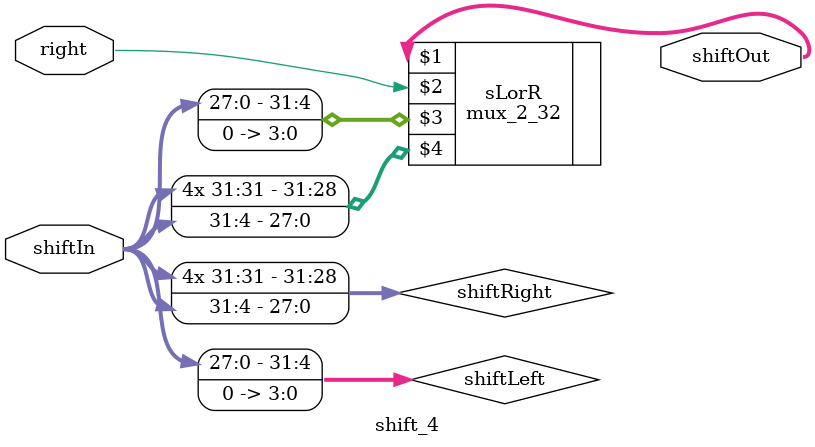
<source format=v>
module shift_4(shiftIn,right,shiftOut);
    input [31:0] shiftIn;
    input right;
    output [31:0] shiftOut;
    wire [31:0] shiftLeft,shiftRight;

    assign shiftLeft[31:4] = shiftIn[27:0];
    assign shiftLeft[3:0] = 4'b0000;
    assign shiftRight[27:0] = shiftIn[31:4];

    assign shiftRight[31] = shiftIn[31];
    assign shiftRight[30] = shiftIn[31];
    assign shiftRight[29] = shiftIn[31];
    assign shiftRight[28] = shiftIn[31];

    mux_2_32 sLorR(shiftOut,right,shiftLeft,shiftRight);
endmodule

</source>
